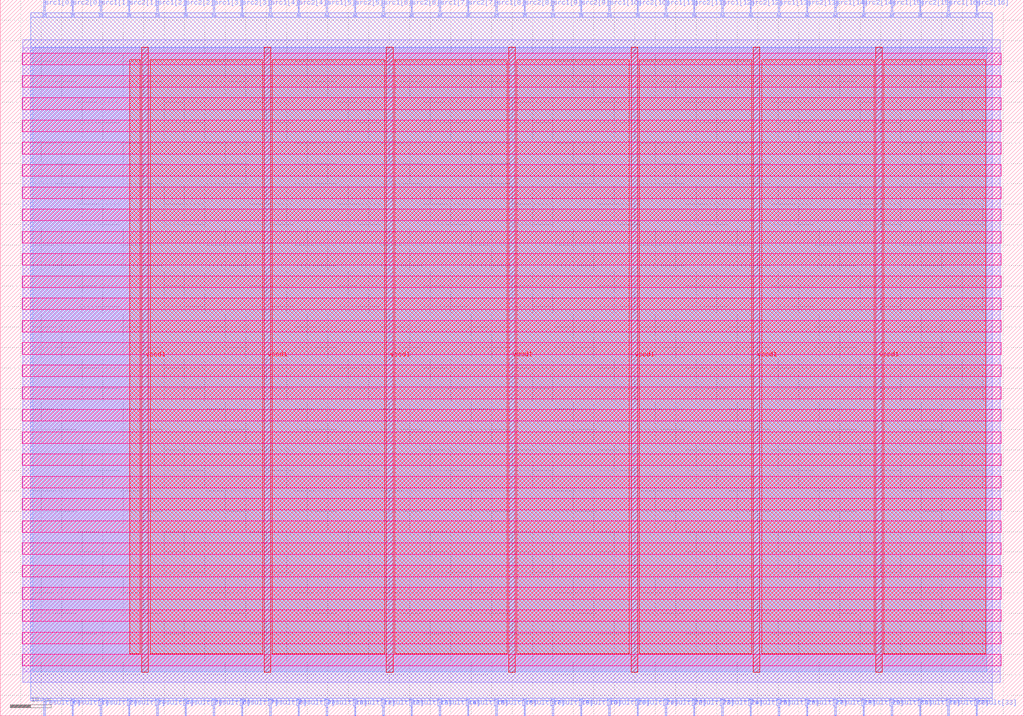
<source format=lef>
VERSION 5.7 ;
  NOWIREEXTENSIONATPIN ON ;
  DIVIDERCHAR "/" ;
  BUSBITCHARS "[]" ;
MACRO MUL17_S
  CLASS BLOCK ;
  FOREIGN MUL17_S ;
  ORIGIN 0.000 0.000 ;
  SIZE 250.000 BY 175.000 ;
  PIN result[0]
    DIRECTION OUTPUT TRISTATE ;
    USE SIGNAL ;
    PORT
      LAYER met2 ;
        RECT 10.670 0.000 10.950 4.000 ;
    END
  END result[0]
  PIN result[10]
    DIRECTION OUTPUT TRISTATE ;
    USE SIGNAL ;
    PORT
      LAYER met2 ;
        RECT 79.670 0.000 79.950 4.000 ;
    END
  END result[10]
  PIN result[11]
    DIRECTION OUTPUT TRISTATE ;
    USE SIGNAL ;
    PORT
      LAYER met2 ;
        RECT 86.570 0.000 86.850 4.000 ;
    END
  END result[11]
  PIN result[12]
    DIRECTION OUTPUT TRISTATE ;
    USE SIGNAL ;
    PORT
      LAYER met2 ;
        RECT 93.470 0.000 93.750 4.000 ;
    END
  END result[12]
  PIN result[13]
    DIRECTION OUTPUT TRISTATE ;
    USE SIGNAL ;
    PORT
      LAYER met2 ;
        RECT 100.370 0.000 100.650 4.000 ;
    END
  END result[13]
  PIN result[14]
    DIRECTION OUTPUT TRISTATE ;
    USE SIGNAL ;
    PORT
      LAYER met2 ;
        RECT 107.270 0.000 107.550 4.000 ;
    END
  END result[14]
  PIN result[15]
    DIRECTION OUTPUT TRISTATE ;
    USE SIGNAL ;
    PORT
      LAYER met2 ;
        RECT 114.170 0.000 114.450 4.000 ;
    END
  END result[15]
  PIN result[16]
    DIRECTION OUTPUT TRISTATE ;
    USE SIGNAL ;
    PORT
      LAYER met2 ;
        RECT 121.070 0.000 121.350 4.000 ;
    END
  END result[16]
  PIN result[17]
    DIRECTION OUTPUT TRISTATE ;
    USE SIGNAL ;
    PORT
      LAYER met2 ;
        RECT 127.970 0.000 128.250 4.000 ;
    END
  END result[17]
  PIN result[18]
    DIRECTION OUTPUT TRISTATE ;
    USE SIGNAL ;
    PORT
      LAYER met2 ;
        RECT 134.870 0.000 135.150 4.000 ;
    END
  END result[18]
  PIN result[19]
    DIRECTION OUTPUT TRISTATE ;
    USE SIGNAL ;
    PORT
      LAYER met2 ;
        RECT 141.770 0.000 142.050 4.000 ;
    END
  END result[19]
  PIN result[1]
    DIRECTION OUTPUT TRISTATE ;
    USE SIGNAL ;
    PORT
      LAYER met2 ;
        RECT 17.570 0.000 17.850 4.000 ;
    END
  END result[1]
  PIN result[20]
    DIRECTION OUTPUT TRISTATE ;
    USE SIGNAL ;
    PORT
      LAYER met2 ;
        RECT 148.670 0.000 148.950 4.000 ;
    END
  END result[20]
  PIN result[21]
    DIRECTION OUTPUT TRISTATE ;
    USE SIGNAL ;
    PORT
      LAYER met2 ;
        RECT 155.570 0.000 155.850 4.000 ;
    END
  END result[21]
  PIN result[22]
    DIRECTION OUTPUT TRISTATE ;
    USE SIGNAL ;
    PORT
      LAYER met2 ;
        RECT 162.470 0.000 162.750 4.000 ;
    END
  END result[22]
  PIN result[23]
    DIRECTION OUTPUT TRISTATE ;
    USE SIGNAL ;
    PORT
      LAYER met2 ;
        RECT 169.370 0.000 169.650 4.000 ;
    END
  END result[23]
  PIN result[24]
    DIRECTION OUTPUT TRISTATE ;
    USE SIGNAL ;
    PORT
      LAYER met2 ;
        RECT 176.270 0.000 176.550 4.000 ;
    END
  END result[24]
  PIN result[25]
    DIRECTION OUTPUT TRISTATE ;
    USE SIGNAL ;
    PORT
      LAYER met2 ;
        RECT 183.170 0.000 183.450 4.000 ;
    END
  END result[25]
  PIN result[26]
    DIRECTION OUTPUT TRISTATE ;
    USE SIGNAL ;
    PORT
      LAYER met2 ;
        RECT 190.070 0.000 190.350 4.000 ;
    END
  END result[26]
  PIN result[27]
    DIRECTION OUTPUT TRISTATE ;
    USE SIGNAL ;
    PORT
      LAYER met2 ;
        RECT 196.970 0.000 197.250 4.000 ;
    END
  END result[27]
  PIN result[28]
    DIRECTION OUTPUT TRISTATE ;
    USE SIGNAL ;
    PORT
      LAYER met2 ;
        RECT 203.870 0.000 204.150 4.000 ;
    END
  END result[28]
  PIN result[29]
    DIRECTION OUTPUT TRISTATE ;
    USE SIGNAL ;
    PORT
      LAYER met2 ;
        RECT 210.770 0.000 211.050 4.000 ;
    END
  END result[29]
  PIN result[2]
    DIRECTION OUTPUT TRISTATE ;
    USE SIGNAL ;
    PORT
      LAYER met2 ;
        RECT 24.470 0.000 24.750 4.000 ;
    END
  END result[2]
  PIN result[30]
    DIRECTION OUTPUT TRISTATE ;
    USE SIGNAL ;
    PORT
      LAYER met2 ;
        RECT 217.670 0.000 217.950 4.000 ;
    END
  END result[30]
  PIN result[31]
    DIRECTION OUTPUT TRISTATE ;
    USE SIGNAL ;
    PORT
      LAYER met2 ;
        RECT 224.570 0.000 224.850 4.000 ;
    END
  END result[31]
  PIN result[32]
    DIRECTION OUTPUT TRISTATE ;
    USE SIGNAL ;
    PORT
      LAYER met2 ;
        RECT 231.470 0.000 231.750 4.000 ;
    END
  END result[32]
  PIN result[33]
    DIRECTION OUTPUT TRISTATE ;
    USE SIGNAL ;
    PORT
      LAYER met2 ;
        RECT 238.370 0.000 238.650 4.000 ;
    END
  END result[33]
  PIN result[3]
    DIRECTION OUTPUT TRISTATE ;
    USE SIGNAL ;
    PORT
      LAYER met2 ;
        RECT 31.370 0.000 31.650 4.000 ;
    END
  END result[3]
  PIN result[4]
    DIRECTION OUTPUT TRISTATE ;
    USE SIGNAL ;
    PORT
      LAYER met2 ;
        RECT 38.270 0.000 38.550 4.000 ;
    END
  END result[4]
  PIN result[5]
    DIRECTION OUTPUT TRISTATE ;
    USE SIGNAL ;
    PORT
      LAYER met2 ;
        RECT 45.170 0.000 45.450 4.000 ;
    END
  END result[5]
  PIN result[6]
    DIRECTION OUTPUT TRISTATE ;
    USE SIGNAL ;
    PORT
      LAYER met2 ;
        RECT 52.070 0.000 52.350 4.000 ;
    END
  END result[6]
  PIN result[7]
    DIRECTION OUTPUT TRISTATE ;
    USE SIGNAL ;
    PORT
      LAYER met2 ;
        RECT 58.970 0.000 59.250 4.000 ;
    END
  END result[7]
  PIN result[8]
    DIRECTION OUTPUT TRISTATE ;
    USE SIGNAL ;
    PORT
      LAYER met2 ;
        RECT 65.870 0.000 66.150 4.000 ;
    END
  END result[8]
  PIN result[9]
    DIRECTION OUTPUT TRISTATE ;
    USE SIGNAL ;
    PORT
      LAYER met2 ;
        RECT 72.770 0.000 73.050 4.000 ;
    END
  END result[9]
  PIN src1[0]
    DIRECTION INPUT ;
    USE SIGNAL ;
    PORT
      LAYER met2 ;
        RECT 10.670 171.000 10.950 175.000 ;
    END
  END src1[0]
  PIN src1[10]
    DIRECTION INPUT ;
    USE SIGNAL ;
    PORT
      LAYER met2 ;
        RECT 148.670 171.000 148.950 175.000 ;
    END
  END src1[10]
  PIN src1[11]
    DIRECTION INPUT ;
    USE SIGNAL ;
    PORT
      LAYER met2 ;
        RECT 162.470 171.000 162.750 175.000 ;
    END
  END src1[11]
  PIN src1[12]
    DIRECTION INPUT ;
    USE SIGNAL ;
    PORT
      LAYER met2 ;
        RECT 176.270 171.000 176.550 175.000 ;
    END
  END src1[12]
  PIN src1[13]
    DIRECTION INPUT ;
    USE SIGNAL ;
    PORT
      LAYER met2 ;
        RECT 190.070 171.000 190.350 175.000 ;
    END
  END src1[13]
  PIN src1[14]
    DIRECTION INPUT ;
    USE SIGNAL ;
    PORT
      LAYER met2 ;
        RECT 203.870 171.000 204.150 175.000 ;
    END
  END src1[14]
  PIN src1[15]
    DIRECTION INPUT ;
    USE SIGNAL ;
    PORT
      LAYER met2 ;
        RECT 217.670 171.000 217.950 175.000 ;
    END
  END src1[15]
  PIN src1[16]
    DIRECTION INPUT ;
    USE SIGNAL ;
    PORT
      LAYER met2 ;
        RECT 231.470 171.000 231.750 175.000 ;
    END
  END src1[16]
  PIN src1[1]
    DIRECTION INPUT ;
    USE SIGNAL ;
    PORT
      LAYER met2 ;
        RECT 24.470 171.000 24.750 175.000 ;
    END
  END src1[1]
  PIN src1[2]
    DIRECTION INPUT ;
    USE SIGNAL ;
    PORT
      LAYER met2 ;
        RECT 38.270 171.000 38.550 175.000 ;
    END
  END src1[2]
  PIN src1[3]
    DIRECTION INPUT ;
    USE SIGNAL ;
    PORT
      LAYER met2 ;
        RECT 52.070 171.000 52.350 175.000 ;
    END
  END src1[3]
  PIN src1[4]
    DIRECTION INPUT ;
    USE SIGNAL ;
    PORT
      LAYER met2 ;
        RECT 65.870 171.000 66.150 175.000 ;
    END
  END src1[4]
  PIN src1[5]
    DIRECTION INPUT ;
    USE SIGNAL ;
    PORT
      LAYER met2 ;
        RECT 79.670 171.000 79.950 175.000 ;
    END
  END src1[5]
  PIN src1[6]
    DIRECTION INPUT ;
    USE SIGNAL ;
    PORT
      LAYER met2 ;
        RECT 93.470 171.000 93.750 175.000 ;
    END
  END src1[6]
  PIN src1[7]
    DIRECTION INPUT ;
    USE SIGNAL ;
    PORT
      LAYER met2 ;
        RECT 107.270 171.000 107.550 175.000 ;
    END
  END src1[7]
  PIN src1[8]
    DIRECTION INPUT ;
    USE SIGNAL ;
    PORT
      LAYER met2 ;
        RECT 121.070 171.000 121.350 175.000 ;
    END
  END src1[8]
  PIN src1[9]
    DIRECTION INPUT ;
    USE SIGNAL ;
    PORT
      LAYER met2 ;
        RECT 134.870 171.000 135.150 175.000 ;
    END
  END src1[9]
  PIN src2[0]
    DIRECTION INPUT ;
    USE SIGNAL ;
    PORT
      LAYER met2 ;
        RECT 17.570 171.000 17.850 175.000 ;
    END
  END src2[0]
  PIN src2[10]
    DIRECTION INPUT ;
    USE SIGNAL ;
    PORT
      LAYER met2 ;
        RECT 155.570 171.000 155.850 175.000 ;
    END
  END src2[10]
  PIN src2[11]
    DIRECTION INPUT ;
    USE SIGNAL ;
    PORT
      LAYER met2 ;
        RECT 169.370 171.000 169.650 175.000 ;
    END
  END src2[11]
  PIN src2[12]
    DIRECTION INPUT ;
    USE SIGNAL ;
    PORT
      LAYER met2 ;
        RECT 183.170 171.000 183.450 175.000 ;
    END
  END src2[12]
  PIN src2[13]
    DIRECTION INPUT ;
    USE SIGNAL ;
    PORT
      LAYER met2 ;
        RECT 196.970 171.000 197.250 175.000 ;
    END
  END src2[13]
  PIN src2[14]
    DIRECTION INPUT ;
    USE SIGNAL ;
    PORT
      LAYER met2 ;
        RECT 210.770 171.000 211.050 175.000 ;
    END
  END src2[14]
  PIN src2[15]
    DIRECTION INPUT ;
    USE SIGNAL ;
    PORT
      LAYER met2 ;
        RECT 224.570 171.000 224.850 175.000 ;
    END
  END src2[15]
  PIN src2[16]
    DIRECTION INPUT ;
    USE SIGNAL ;
    PORT
      LAYER met2 ;
        RECT 238.370 171.000 238.650 175.000 ;
    END
  END src2[16]
  PIN src2[1]
    DIRECTION INPUT ;
    USE SIGNAL ;
    PORT
      LAYER met2 ;
        RECT 31.370 171.000 31.650 175.000 ;
    END
  END src2[1]
  PIN src2[2]
    DIRECTION INPUT ;
    USE SIGNAL ;
    PORT
      LAYER met2 ;
        RECT 45.170 171.000 45.450 175.000 ;
    END
  END src2[2]
  PIN src2[3]
    DIRECTION INPUT ;
    USE SIGNAL ;
    PORT
      LAYER met2 ;
        RECT 58.970 171.000 59.250 175.000 ;
    END
  END src2[3]
  PIN src2[4]
    DIRECTION INPUT ;
    USE SIGNAL ;
    PORT
      LAYER met2 ;
        RECT 72.770 171.000 73.050 175.000 ;
    END
  END src2[4]
  PIN src2[5]
    DIRECTION INPUT ;
    USE SIGNAL ;
    PORT
      LAYER met2 ;
        RECT 86.570 171.000 86.850 175.000 ;
    END
  END src2[5]
  PIN src2[6]
    DIRECTION INPUT ;
    USE SIGNAL ;
    PORT
      LAYER met2 ;
        RECT 100.370 171.000 100.650 175.000 ;
    END
  END src2[6]
  PIN src2[7]
    DIRECTION INPUT ;
    USE SIGNAL ;
    PORT
      LAYER met2 ;
        RECT 114.170 171.000 114.450 175.000 ;
    END
  END src2[7]
  PIN src2[8]
    DIRECTION INPUT ;
    USE SIGNAL ;
    PORT
      LAYER met2 ;
        RECT 127.970 171.000 128.250 175.000 ;
    END
  END src2[8]
  PIN src2[9]
    DIRECTION INPUT ;
    USE SIGNAL ;
    PORT
      LAYER met2 ;
        RECT 141.770 171.000 142.050 175.000 ;
    END
  END src2[9]
  PIN vccd1
    DIRECTION INOUT ;
    USE POWER ;
    PORT
      LAYER met4 ;
        RECT 34.590 10.640 36.190 163.440 ;
    END
    PORT
      LAYER met4 ;
        RECT 94.330 10.640 95.930 163.440 ;
    END
    PORT
      LAYER met4 ;
        RECT 154.070 10.640 155.670 163.440 ;
    END
    PORT
      LAYER met4 ;
        RECT 213.810 10.640 215.410 163.440 ;
    END
  END vccd1
  PIN vssd1
    DIRECTION INOUT ;
    USE GROUND ;
    PORT
      LAYER met4 ;
        RECT 64.460 10.640 66.060 163.440 ;
    END
    PORT
      LAYER met4 ;
        RECT 124.200 10.640 125.800 163.440 ;
    END
    PORT
      LAYER met4 ;
        RECT 183.940 10.640 185.540 163.440 ;
    END
  END vssd1
  OBS
      LAYER nwell ;
        RECT 5.330 159.065 244.450 161.895 ;
        RECT 5.330 153.625 244.450 156.455 ;
        RECT 5.330 148.185 244.450 151.015 ;
        RECT 5.330 142.745 244.450 145.575 ;
        RECT 5.330 137.305 244.450 140.135 ;
        RECT 5.330 131.865 244.450 134.695 ;
        RECT 5.330 126.425 244.450 129.255 ;
        RECT 5.330 120.985 244.450 123.815 ;
        RECT 5.330 115.545 244.450 118.375 ;
        RECT 5.330 110.105 244.450 112.935 ;
        RECT 5.330 104.665 244.450 107.495 ;
        RECT 5.330 99.225 244.450 102.055 ;
        RECT 5.330 93.785 244.450 96.615 ;
        RECT 5.330 88.345 244.450 91.175 ;
        RECT 5.330 82.905 244.450 85.735 ;
        RECT 5.330 77.465 244.450 80.295 ;
        RECT 5.330 72.025 244.450 74.855 ;
        RECT 5.330 66.585 244.450 69.415 ;
        RECT 5.330 61.145 244.450 63.975 ;
        RECT 5.330 55.705 244.450 58.535 ;
        RECT 5.330 50.265 244.450 53.095 ;
        RECT 5.330 44.825 244.450 47.655 ;
        RECT 5.330 39.385 244.450 42.215 ;
        RECT 5.330 33.945 244.450 36.775 ;
        RECT 5.330 28.505 244.450 31.335 ;
        RECT 5.330 23.065 244.450 25.895 ;
        RECT 5.330 17.625 244.450 20.455 ;
        RECT 5.330 12.185 244.450 15.015 ;
      LAYER li1 ;
        RECT 5.520 10.795 244.260 163.285 ;
      LAYER met1 ;
        RECT 5.520 8.200 244.260 165.200 ;
      LAYER met2 ;
        RECT 7.460 170.720 10.390 171.770 ;
        RECT 11.230 170.720 17.290 171.770 ;
        RECT 18.130 170.720 24.190 171.770 ;
        RECT 25.030 170.720 31.090 171.770 ;
        RECT 31.930 170.720 37.990 171.770 ;
        RECT 38.830 170.720 44.890 171.770 ;
        RECT 45.730 170.720 51.790 171.770 ;
        RECT 52.630 170.720 58.690 171.770 ;
        RECT 59.530 170.720 65.590 171.770 ;
        RECT 66.430 170.720 72.490 171.770 ;
        RECT 73.330 170.720 79.390 171.770 ;
        RECT 80.230 170.720 86.290 171.770 ;
        RECT 87.130 170.720 93.190 171.770 ;
        RECT 94.030 170.720 100.090 171.770 ;
        RECT 100.930 170.720 106.990 171.770 ;
        RECT 107.830 170.720 113.890 171.770 ;
        RECT 114.730 170.720 120.790 171.770 ;
        RECT 121.630 170.720 127.690 171.770 ;
        RECT 128.530 170.720 134.590 171.770 ;
        RECT 135.430 170.720 141.490 171.770 ;
        RECT 142.330 170.720 148.390 171.770 ;
        RECT 149.230 170.720 155.290 171.770 ;
        RECT 156.130 170.720 162.190 171.770 ;
        RECT 163.030 170.720 169.090 171.770 ;
        RECT 169.930 170.720 175.990 171.770 ;
        RECT 176.830 170.720 182.890 171.770 ;
        RECT 183.730 170.720 189.790 171.770 ;
        RECT 190.630 170.720 196.690 171.770 ;
        RECT 197.530 170.720 203.590 171.770 ;
        RECT 204.430 170.720 210.490 171.770 ;
        RECT 211.330 170.720 217.390 171.770 ;
        RECT 218.230 170.720 224.290 171.770 ;
        RECT 225.130 170.720 231.190 171.770 ;
        RECT 232.030 170.720 238.090 171.770 ;
        RECT 238.930 170.720 242.320 171.770 ;
        RECT 7.460 4.280 242.320 170.720 ;
        RECT 7.460 3.670 10.390 4.280 ;
        RECT 11.230 3.670 17.290 4.280 ;
        RECT 18.130 3.670 24.190 4.280 ;
        RECT 25.030 3.670 31.090 4.280 ;
        RECT 31.930 3.670 37.990 4.280 ;
        RECT 38.830 3.670 44.890 4.280 ;
        RECT 45.730 3.670 51.790 4.280 ;
        RECT 52.630 3.670 58.690 4.280 ;
        RECT 59.530 3.670 65.590 4.280 ;
        RECT 66.430 3.670 72.490 4.280 ;
        RECT 73.330 3.670 79.390 4.280 ;
        RECT 80.230 3.670 86.290 4.280 ;
        RECT 87.130 3.670 93.190 4.280 ;
        RECT 94.030 3.670 100.090 4.280 ;
        RECT 100.930 3.670 106.990 4.280 ;
        RECT 107.830 3.670 113.890 4.280 ;
        RECT 114.730 3.670 120.790 4.280 ;
        RECT 121.630 3.670 127.690 4.280 ;
        RECT 128.530 3.670 134.590 4.280 ;
        RECT 135.430 3.670 141.490 4.280 ;
        RECT 142.330 3.670 148.390 4.280 ;
        RECT 149.230 3.670 155.290 4.280 ;
        RECT 156.130 3.670 162.190 4.280 ;
        RECT 163.030 3.670 169.090 4.280 ;
        RECT 169.930 3.670 175.990 4.280 ;
        RECT 176.830 3.670 182.890 4.280 ;
        RECT 183.730 3.670 189.790 4.280 ;
        RECT 190.630 3.670 196.690 4.280 ;
        RECT 197.530 3.670 203.590 4.280 ;
        RECT 204.430 3.670 210.490 4.280 ;
        RECT 211.330 3.670 217.390 4.280 ;
        RECT 218.230 3.670 224.290 4.280 ;
        RECT 225.130 3.670 231.190 4.280 ;
        RECT 232.030 3.670 238.090 4.280 ;
        RECT 238.930 3.670 242.320 4.280 ;
      LAYER met3 ;
        RECT 7.885 10.715 240.975 163.365 ;
      LAYER met4 ;
        RECT 31.575 15.135 34.190 160.305 ;
        RECT 36.590 15.135 64.060 160.305 ;
        RECT 66.460 15.135 93.930 160.305 ;
        RECT 96.330 15.135 123.800 160.305 ;
        RECT 126.200 15.135 153.670 160.305 ;
        RECT 156.070 15.135 183.540 160.305 ;
        RECT 185.940 15.135 213.410 160.305 ;
        RECT 215.810 15.135 240.745 160.305 ;
  END
END MUL17_S
END LIBRARY


</source>
